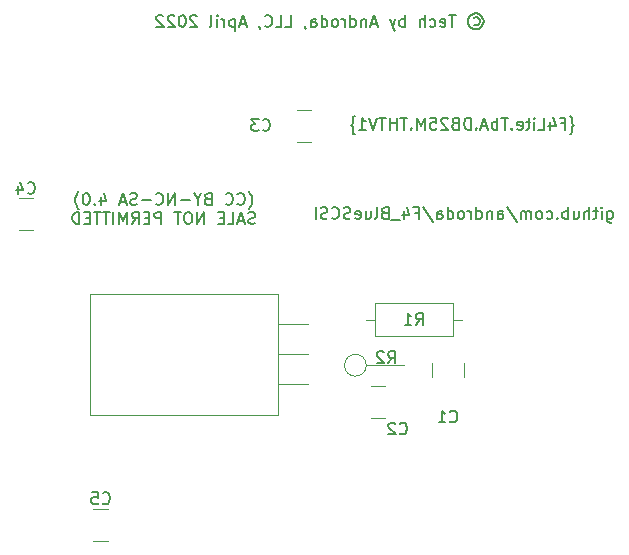
<source format=gbr>
%TF.GenerationSoftware,KiCad,Pcbnew,(6.0.2)*%
%TF.CreationDate,2022-04-05T13:26:03-06:00*%
%TF.ProjectId,DB25m_F4Lite_THTV1,44423235-6d5f-4463-944c-6974655f5448,rev?*%
%TF.SameCoordinates,Original*%
%TF.FileFunction,Legend,Bot*%
%TF.FilePolarity,Positive*%
%FSLAX46Y46*%
G04 Gerber Fmt 4.6, Leading zero omitted, Abs format (unit mm)*
G04 Created by KiCad (PCBNEW (6.0.2)) date 2022-04-05 13:26:03*
%MOMM*%
%LPD*%
G01*
G04 APERTURE LIST*
%ADD10C,0.150000*%
%ADD11C,0.120000*%
G04 APERTURE END LIST*
D10*
X129920476Y-62998333D02*
X129968095Y-62950714D01*
X130063333Y-62807857D01*
X130110952Y-62712619D01*
X130158571Y-62569761D01*
X130206190Y-62331666D01*
X130206190Y-62141190D01*
X130158571Y-61903095D01*
X130110952Y-61760238D01*
X130063333Y-61665000D01*
X129968095Y-61522142D01*
X129920476Y-61474523D01*
X128968095Y-62522142D02*
X129015714Y-62569761D01*
X129158571Y-62617380D01*
X129253809Y-62617380D01*
X129396666Y-62569761D01*
X129491904Y-62474523D01*
X129539523Y-62379285D01*
X129587142Y-62188809D01*
X129587142Y-62045952D01*
X129539523Y-61855476D01*
X129491904Y-61760238D01*
X129396666Y-61665000D01*
X129253809Y-61617380D01*
X129158571Y-61617380D01*
X129015714Y-61665000D01*
X128968095Y-61712619D01*
X127968095Y-62522142D02*
X128015714Y-62569761D01*
X128158571Y-62617380D01*
X128253809Y-62617380D01*
X128396666Y-62569761D01*
X128491904Y-62474523D01*
X128539523Y-62379285D01*
X128587142Y-62188809D01*
X128587142Y-62045952D01*
X128539523Y-61855476D01*
X128491904Y-61760238D01*
X128396666Y-61665000D01*
X128253809Y-61617380D01*
X128158571Y-61617380D01*
X128015714Y-61665000D01*
X127968095Y-61712619D01*
X126444285Y-62093571D02*
X126301428Y-62141190D01*
X126253809Y-62188809D01*
X126206190Y-62284047D01*
X126206190Y-62426904D01*
X126253809Y-62522142D01*
X126301428Y-62569761D01*
X126396666Y-62617380D01*
X126777619Y-62617380D01*
X126777619Y-61617380D01*
X126444285Y-61617380D01*
X126349047Y-61665000D01*
X126301428Y-61712619D01*
X126253809Y-61807857D01*
X126253809Y-61903095D01*
X126301428Y-61998333D01*
X126349047Y-62045952D01*
X126444285Y-62093571D01*
X126777619Y-62093571D01*
X125587142Y-62141190D02*
X125587142Y-62617380D01*
X125920476Y-61617380D02*
X125587142Y-62141190D01*
X125253809Y-61617380D01*
X124920476Y-62236428D02*
X124158571Y-62236428D01*
X123682380Y-62617380D02*
X123682380Y-61617380D01*
X123110952Y-62617380D01*
X123110952Y-61617380D01*
X122063333Y-62522142D02*
X122110952Y-62569761D01*
X122253809Y-62617380D01*
X122349047Y-62617380D01*
X122491904Y-62569761D01*
X122587142Y-62474523D01*
X122634761Y-62379285D01*
X122682380Y-62188809D01*
X122682380Y-62045952D01*
X122634761Y-61855476D01*
X122587142Y-61760238D01*
X122491904Y-61665000D01*
X122349047Y-61617380D01*
X122253809Y-61617380D01*
X122110952Y-61665000D01*
X122063333Y-61712619D01*
X121634761Y-62236428D02*
X120872857Y-62236428D01*
X120444285Y-62569761D02*
X120301428Y-62617380D01*
X120063333Y-62617380D01*
X119968095Y-62569761D01*
X119920476Y-62522142D01*
X119872857Y-62426904D01*
X119872857Y-62331666D01*
X119920476Y-62236428D01*
X119968095Y-62188809D01*
X120063333Y-62141190D01*
X120253809Y-62093571D01*
X120349047Y-62045952D01*
X120396666Y-61998333D01*
X120444285Y-61903095D01*
X120444285Y-61807857D01*
X120396666Y-61712619D01*
X120349047Y-61665000D01*
X120253809Y-61617380D01*
X120015714Y-61617380D01*
X119872857Y-61665000D01*
X119491904Y-62331666D02*
X119015714Y-62331666D01*
X119587142Y-62617380D02*
X119253809Y-61617380D01*
X118920476Y-62617380D01*
X117396666Y-61950714D02*
X117396666Y-62617380D01*
X117634761Y-61569761D02*
X117872857Y-62284047D01*
X117253809Y-62284047D01*
X116872857Y-62522142D02*
X116825238Y-62569761D01*
X116872857Y-62617380D01*
X116920476Y-62569761D01*
X116872857Y-62522142D01*
X116872857Y-62617380D01*
X116206190Y-61617380D02*
X116110952Y-61617380D01*
X116015714Y-61665000D01*
X115968095Y-61712619D01*
X115920476Y-61807857D01*
X115872857Y-61998333D01*
X115872857Y-62236428D01*
X115920476Y-62426904D01*
X115968095Y-62522142D01*
X116015714Y-62569761D01*
X116110952Y-62617380D01*
X116206190Y-62617380D01*
X116301428Y-62569761D01*
X116349047Y-62522142D01*
X116396666Y-62426904D01*
X116444285Y-62236428D01*
X116444285Y-61998333D01*
X116396666Y-61807857D01*
X116349047Y-61712619D01*
X116301428Y-61665000D01*
X116206190Y-61617380D01*
X115539523Y-62998333D02*
X115491904Y-62950714D01*
X115396666Y-62807857D01*
X115349047Y-62712619D01*
X115301428Y-62569761D01*
X115253809Y-62331666D01*
X115253809Y-62141190D01*
X115301428Y-61903095D01*
X115349047Y-61760238D01*
X115396666Y-61665000D01*
X115491904Y-61522142D01*
X115539523Y-61474523D01*
X130468095Y-64179761D02*
X130325238Y-64227380D01*
X130087142Y-64227380D01*
X129991904Y-64179761D01*
X129944285Y-64132142D01*
X129896666Y-64036904D01*
X129896666Y-63941666D01*
X129944285Y-63846428D01*
X129991904Y-63798809D01*
X130087142Y-63751190D01*
X130277619Y-63703571D01*
X130372857Y-63655952D01*
X130420476Y-63608333D01*
X130468095Y-63513095D01*
X130468095Y-63417857D01*
X130420476Y-63322619D01*
X130372857Y-63275000D01*
X130277619Y-63227380D01*
X130039523Y-63227380D01*
X129896666Y-63275000D01*
X129515714Y-63941666D02*
X129039523Y-63941666D01*
X129610952Y-64227380D02*
X129277619Y-63227380D01*
X128944285Y-64227380D01*
X128134761Y-64227380D02*
X128610952Y-64227380D01*
X128610952Y-63227380D01*
X127801428Y-63703571D02*
X127468095Y-63703571D01*
X127325238Y-64227380D02*
X127801428Y-64227380D01*
X127801428Y-63227380D01*
X127325238Y-63227380D01*
X126134761Y-64227380D02*
X126134761Y-63227380D01*
X125563333Y-64227380D01*
X125563333Y-63227380D01*
X124896666Y-63227380D02*
X124706190Y-63227380D01*
X124610952Y-63275000D01*
X124515714Y-63370238D01*
X124468095Y-63560714D01*
X124468095Y-63894047D01*
X124515714Y-64084523D01*
X124610952Y-64179761D01*
X124706190Y-64227380D01*
X124896666Y-64227380D01*
X124991904Y-64179761D01*
X125087142Y-64084523D01*
X125134761Y-63894047D01*
X125134761Y-63560714D01*
X125087142Y-63370238D01*
X124991904Y-63275000D01*
X124896666Y-63227380D01*
X124182380Y-63227380D02*
X123610952Y-63227380D01*
X123896666Y-64227380D02*
X123896666Y-63227380D01*
X122515714Y-64227380D02*
X122515714Y-63227380D01*
X122134761Y-63227380D01*
X122039523Y-63275000D01*
X121991904Y-63322619D01*
X121944285Y-63417857D01*
X121944285Y-63560714D01*
X121991904Y-63655952D01*
X122039523Y-63703571D01*
X122134761Y-63751190D01*
X122515714Y-63751190D01*
X121515714Y-63703571D02*
X121182380Y-63703571D01*
X121039523Y-64227380D02*
X121515714Y-64227380D01*
X121515714Y-63227380D01*
X121039523Y-63227380D01*
X120039523Y-64227380D02*
X120372857Y-63751190D01*
X120610952Y-64227380D02*
X120610952Y-63227380D01*
X120230000Y-63227380D01*
X120134761Y-63275000D01*
X120087142Y-63322619D01*
X120039523Y-63417857D01*
X120039523Y-63560714D01*
X120087142Y-63655952D01*
X120134761Y-63703571D01*
X120230000Y-63751190D01*
X120610952Y-63751190D01*
X119610952Y-64227380D02*
X119610952Y-63227380D01*
X119277619Y-63941666D01*
X118944285Y-63227380D01*
X118944285Y-64227380D01*
X118468095Y-64227380D02*
X118468095Y-63227380D01*
X118134761Y-63227380D02*
X117563333Y-63227380D01*
X117849047Y-64227380D02*
X117849047Y-63227380D01*
X117372857Y-63227380D02*
X116801428Y-63227380D01*
X117087142Y-64227380D02*
X117087142Y-63227380D01*
X116468095Y-63703571D02*
X116134761Y-63703571D01*
X115991904Y-64227380D02*
X116468095Y-64227380D01*
X116468095Y-63227380D01*
X115991904Y-63227380D01*
X115563333Y-64227380D02*
X115563333Y-63227380D01*
X115325238Y-63227380D01*
X115182380Y-63275000D01*
X115087142Y-63370238D01*
X115039523Y-63465476D01*
X114991904Y-63655952D01*
X114991904Y-63798809D01*
X115039523Y-63989285D01*
X115087142Y-64084523D01*
X115182380Y-64179761D01*
X115325238Y-64227380D01*
X115563333Y-64227380D01*
X160292857Y-63145714D02*
X160292857Y-63955238D01*
X160340476Y-64050476D01*
X160388095Y-64098095D01*
X160483333Y-64145714D01*
X160626190Y-64145714D01*
X160721428Y-64098095D01*
X160292857Y-63764761D02*
X160388095Y-63812380D01*
X160578571Y-63812380D01*
X160673809Y-63764761D01*
X160721428Y-63717142D01*
X160769047Y-63621904D01*
X160769047Y-63336190D01*
X160721428Y-63240952D01*
X160673809Y-63193333D01*
X160578571Y-63145714D01*
X160388095Y-63145714D01*
X160292857Y-63193333D01*
X159816666Y-63812380D02*
X159816666Y-63145714D01*
X159816666Y-62812380D02*
X159864285Y-62860000D01*
X159816666Y-62907619D01*
X159769047Y-62860000D01*
X159816666Y-62812380D01*
X159816666Y-62907619D01*
X159483333Y-63145714D02*
X159102380Y-63145714D01*
X159340476Y-62812380D02*
X159340476Y-63669523D01*
X159292857Y-63764761D01*
X159197619Y-63812380D01*
X159102380Y-63812380D01*
X158769047Y-63812380D02*
X158769047Y-62812380D01*
X158340476Y-63812380D02*
X158340476Y-63288571D01*
X158388095Y-63193333D01*
X158483333Y-63145714D01*
X158626190Y-63145714D01*
X158721428Y-63193333D01*
X158769047Y-63240952D01*
X157435714Y-63145714D02*
X157435714Y-63812380D01*
X157864285Y-63145714D02*
X157864285Y-63669523D01*
X157816666Y-63764761D01*
X157721428Y-63812380D01*
X157578571Y-63812380D01*
X157483333Y-63764761D01*
X157435714Y-63717142D01*
X156959523Y-63812380D02*
X156959523Y-62812380D01*
X156959523Y-63193333D02*
X156864285Y-63145714D01*
X156673809Y-63145714D01*
X156578571Y-63193333D01*
X156530952Y-63240952D01*
X156483333Y-63336190D01*
X156483333Y-63621904D01*
X156530952Y-63717142D01*
X156578571Y-63764761D01*
X156673809Y-63812380D01*
X156864285Y-63812380D01*
X156959523Y-63764761D01*
X156054761Y-63717142D02*
X156007142Y-63764761D01*
X156054761Y-63812380D01*
X156102380Y-63764761D01*
X156054761Y-63717142D01*
X156054761Y-63812380D01*
X155150000Y-63764761D02*
X155245238Y-63812380D01*
X155435714Y-63812380D01*
X155530952Y-63764761D01*
X155578571Y-63717142D01*
X155626190Y-63621904D01*
X155626190Y-63336190D01*
X155578571Y-63240952D01*
X155530952Y-63193333D01*
X155435714Y-63145714D01*
X155245238Y-63145714D01*
X155150000Y-63193333D01*
X154578571Y-63812380D02*
X154673809Y-63764761D01*
X154721428Y-63717142D01*
X154769047Y-63621904D01*
X154769047Y-63336190D01*
X154721428Y-63240952D01*
X154673809Y-63193333D01*
X154578571Y-63145714D01*
X154435714Y-63145714D01*
X154340476Y-63193333D01*
X154292857Y-63240952D01*
X154245238Y-63336190D01*
X154245238Y-63621904D01*
X154292857Y-63717142D01*
X154340476Y-63764761D01*
X154435714Y-63812380D01*
X154578571Y-63812380D01*
X153816666Y-63812380D02*
X153816666Y-63145714D01*
X153816666Y-63240952D02*
X153769047Y-63193333D01*
X153673809Y-63145714D01*
X153530952Y-63145714D01*
X153435714Y-63193333D01*
X153388095Y-63288571D01*
X153388095Y-63812380D01*
X153388095Y-63288571D02*
X153340476Y-63193333D01*
X153245238Y-63145714D01*
X153102380Y-63145714D01*
X153007142Y-63193333D01*
X152959523Y-63288571D01*
X152959523Y-63812380D01*
X151769047Y-62764761D02*
X152626190Y-64050476D01*
X151007142Y-63812380D02*
X151007142Y-63288571D01*
X151054761Y-63193333D01*
X151150000Y-63145714D01*
X151340476Y-63145714D01*
X151435714Y-63193333D01*
X151007142Y-63764761D02*
X151102380Y-63812380D01*
X151340476Y-63812380D01*
X151435714Y-63764761D01*
X151483333Y-63669523D01*
X151483333Y-63574285D01*
X151435714Y-63479047D01*
X151340476Y-63431428D01*
X151102380Y-63431428D01*
X151007142Y-63383809D01*
X150530952Y-63145714D02*
X150530952Y-63812380D01*
X150530952Y-63240952D02*
X150483333Y-63193333D01*
X150388095Y-63145714D01*
X150245238Y-63145714D01*
X150150000Y-63193333D01*
X150102380Y-63288571D01*
X150102380Y-63812380D01*
X149197619Y-63812380D02*
X149197619Y-62812380D01*
X149197619Y-63764761D02*
X149292857Y-63812380D01*
X149483333Y-63812380D01*
X149578571Y-63764761D01*
X149626190Y-63717142D01*
X149673809Y-63621904D01*
X149673809Y-63336190D01*
X149626190Y-63240952D01*
X149578571Y-63193333D01*
X149483333Y-63145714D01*
X149292857Y-63145714D01*
X149197619Y-63193333D01*
X148721428Y-63812380D02*
X148721428Y-63145714D01*
X148721428Y-63336190D02*
X148673809Y-63240952D01*
X148626190Y-63193333D01*
X148530952Y-63145714D01*
X148435714Y-63145714D01*
X147959523Y-63812380D02*
X148054761Y-63764761D01*
X148102380Y-63717142D01*
X148150000Y-63621904D01*
X148150000Y-63336190D01*
X148102380Y-63240952D01*
X148054761Y-63193333D01*
X147959523Y-63145714D01*
X147816666Y-63145714D01*
X147721428Y-63193333D01*
X147673809Y-63240952D01*
X147626190Y-63336190D01*
X147626190Y-63621904D01*
X147673809Y-63717142D01*
X147721428Y-63764761D01*
X147816666Y-63812380D01*
X147959523Y-63812380D01*
X146769047Y-63812380D02*
X146769047Y-62812380D01*
X146769047Y-63764761D02*
X146864285Y-63812380D01*
X147054761Y-63812380D01*
X147150000Y-63764761D01*
X147197619Y-63717142D01*
X147245238Y-63621904D01*
X147245238Y-63336190D01*
X147197619Y-63240952D01*
X147150000Y-63193333D01*
X147054761Y-63145714D01*
X146864285Y-63145714D01*
X146769047Y-63193333D01*
X145864285Y-63812380D02*
X145864285Y-63288571D01*
X145911904Y-63193333D01*
X146007142Y-63145714D01*
X146197619Y-63145714D01*
X146292857Y-63193333D01*
X145864285Y-63764761D02*
X145959523Y-63812380D01*
X146197619Y-63812380D01*
X146292857Y-63764761D01*
X146340476Y-63669523D01*
X146340476Y-63574285D01*
X146292857Y-63479047D01*
X146197619Y-63431428D01*
X145959523Y-63431428D01*
X145864285Y-63383809D01*
X144673809Y-62764761D02*
X145530952Y-64050476D01*
X144007142Y-63288571D02*
X144340476Y-63288571D01*
X144340476Y-63812380D02*
X144340476Y-62812380D01*
X143864285Y-62812380D01*
X143054761Y-63145714D02*
X143054761Y-63812380D01*
X143292857Y-62764761D02*
X143530952Y-63479047D01*
X142911904Y-63479047D01*
X142769047Y-63907619D02*
X142007142Y-63907619D01*
X141435714Y-63288571D02*
X141292857Y-63336190D01*
X141245238Y-63383809D01*
X141197619Y-63479047D01*
X141197619Y-63621904D01*
X141245238Y-63717142D01*
X141292857Y-63764761D01*
X141388095Y-63812380D01*
X141769047Y-63812380D01*
X141769047Y-62812380D01*
X141435714Y-62812380D01*
X141340476Y-62860000D01*
X141292857Y-62907619D01*
X141245238Y-63002857D01*
X141245238Y-63098095D01*
X141292857Y-63193333D01*
X141340476Y-63240952D01*
X141435714Y-63288571D01*
X141769047Y-63288571D01*
X140626190Y-63812380D02*
X140721428Y-63764761D01*
X140769047Y-63669523D01*
X140769047Y-62812380D01*
X139816666Y-63145714D02*
X139816666Y-63812380D01*
X140245238Y-63145714D02*
X140245238Y-63669523D01*
X140197619Y-63764761D01*
X140102380Y-63812380D01*
X139959523Y-63812380D01*
X139864285Y-63764761D01*
X139816666Y-63717142D01*
X138959523Y-63764761D02*
X139054761Y-63812380D01*
X139245238Y-63812380D01*
X139340476Y-63764761D01*
X139388095Y-63669523D01*
X139388095Y-63288571D01*
X139340476Y-63193333D01*
X139245238Y-63145714D01*
X139054761Y-63145714D01*
X138959523Y-63193333D01*
X138911904Y-63288571D01*
X138911904Y-63383809D01*
X139388095Y-63479047D01*
X138530952Y-63764761D02*
X138388095Y-63812380D01*
X138150000Y-63812380D01*
X138054761Y-63764761D01*
X138007142Y-63717142D01*
X137959523Y-63621904D01*
X137959523Y-63526666D01*
X138007142Y-63431428D01*
X138054761Y-63383809D01*
X138150000Y-63336190D01*
X138340476Y-63288571D01*
X138435714Y-63240952D01*
X138483333Y-63193333D01*
X138530952Y-63098095D01*
X138530952Y-63002857D01*
X138483333Y-62907619D01*
X138435714Y-62860000D01*
X138340476Y-62812380D01*
X138102380Y-62812380D01*
X137959523Y-62860000D01*
X136959523Y-63717142D02*
X137007142Y-63764761D01*
X137150000Y-63812380D01*
X137245238Y-63812380D01*
X137388095Y-63764761D01*
X137483333Y-63669523D01*
X137530952Y-63574285D01*
X137578571Y-63383809D01*
X137578571Y-63240952D01*
X137530952Y-63050476D01*
X137483333Y-62955238D01*
X137388095Y-62860000D01*
X137245238Y-62812380D01*
X137150000Y-62812380D01*
X137007142Y-62860000D01*
X136959523Y-62907619D01*
X136578571Y-63764761D02*
X136435714Y-63812380D01*
X136197619Y-63812380D01*
X136102380Y-63764761D01*
X136054761Y-63717142D01*
X136007142Y-63621904D01*
X136007142Y-63526666D01*
X136054761Y-63431428D01*
X136102380Y-63383809D01*
X136197619Y-63336190D01*
X136388095Y-63288571D01*
X136483333Y-63240952D01*
X136530952Y-63193333D01*
X136578571Y-63098095D01*
X136578571Y-63002857D01*
X136530952Y-62907619D01*
X136483333Y-62860000D01*
X136388095Y-62812380D01*
X136150000Y-62812380D01*
X136007142Y-62860000D01*
X135578571Y-63812380D02*
X135578571Y-62812380D01*
X157105238Y-56623333D02*
X157152857Y-56623333D01*
X157248095Y-56575714D01*
X157295714Y-56480476D01*
X157295714Y-56004285D01*
X157343333Y-55909047D01*
X157438571Y-55861428D01*
X157343333Y-55813809D01*
X157295714Y-55718571D01*
X157295714Y-55242380D01*
X157248095Y-55147142D01*
X157152857Y-55099523D01*
X157105238Y-55099523D01*
X156390952Y-55718571D02*
X156724285Y-55718571D01*
X156724285Y-56242380D02*
X156724285Y-55242380D01*
X156248095Y-55242380D01*
X155438571Y-55575714D02*
X155438571Y-56242380D01*
X155676666Y-55194761D02*
X155914761Y-55909047D01*
X155295714Y-55909047D01*
X154438571Y-56242380D02*
X154914761Y-56242380D01*
X154914761Y-55242380D01*
X154105238Y-56242380D02*
X154105238Y-55575714D01*
X154105238Y-55242380D02*
X154152857Y-55290000D01*
X154105238Y-55337619D01*
X154057619Y-55290000D01*
X154105238Y-55242380D01*
X154105238Y-55337619D01*
X153771904Y-55575714D02*
X153390952Y-55575714D01*
X153629047Y-55242380D02*
X153629047Y-56099523D01*
X153581428Y-56194761D01*
X153486190Y-56242380D01*
X153390952Y-56242380D01*
X152676666Y-56194761D02*
X152771904Y-56242380D01*
X152962380Y-56242380D01*
X153057619Y-56194761D01*
X153105238Y-56099523D01*
X153105238Y-55718571D01*
X153057619Y-55623333D01*
X152962380Y-55575714D01*
X152771904Y-55575714D01*
X152676666Y-55623333D01*
X152629047Y-55718571D01*
X152629047Y-55813809D01*
X153105238Y-55909047D01*
X152200476Y-56147142D02*
X152152857Y-56194761D01*
X152200476Y-56242380D01*
X152248095Y-56194761D01*
X152200476Y-56147142D01*
X152200476Y-56242380D01*
X151867142Y-55242380D02*
X151295714Y-55242380D01*
X151581428Y-56242380D02*
X151581428Y-55242380D01*
X150962380Y-56242380D02*
X150962380Y-55242380D01*
X150962380Y-55623333D02*
X150867142Y-55575714D01*
X150676666Y-55575714D01*
X150581428Y-55623333D01*
X150533809Y-55670952D01*
X150486190Y-55766190D01*
X150486190Y-56051904D01*
X150533809Y-56147142D01*
X150581428Y-56194761D01*
X150676666Y-56242380D01*
X150867142Y-56242380D01*
X150962380Y-56194761D01*
X150105238Y-55956666D02*
X149629047Y-55956666D01*
X150200476Y-56242380D02*
X149867142Y-55242380D01*
X149533809Y-56242380D01*
X149200476Y-56147142D02*
X149152857Y-56194761D01*
X149200476Y-56242380D01*
X149248095Y-56194761D01*
X149200476Y-56147142D01*
X149200476Y-56242380D01*
X148724285Y-56242380D02*
X148724285Y-55242380D01*
X148486190Y-55242380D01*
X148343333Y-55290000D01*
X148248095Y-55385238D01*
X148200476Y-55480476D01*
X148152857Y-55670952D01*
X148152857Y-55813809D01*
X148200476Y-56004285D01*
X148248095Y-56099523D01*
X148343333Y-56194761D01*
X148486190Y-56242380D01*
X148724285Y-56242380D01*
X147390952Y-55718571D02*
X147248095Y-55766190D01*
X147200476Y-55813809D01*
X147152857Y-55909047D01*
X147152857Y-56051904D01*
X147200476Y-56147142D01*
X147248095Y-56194761D01*
X147343333Y-56242380D01*
X147724285Y-56242380D01*
X147724285Y-55242380D01*
X147390952Y-55242380D01*
X147295714Y-55290000D01*
X147248095Y-55337619D01*
X147200476Y-55432857D01*
X147200476Y-55528095D01*
X147248095Y-55623333D01*
X147295714Y-55670952D01*
X147390952Y-55718571D01*
X147724285Y-55718571D01*
X146771904Y-55337619D02*
X146724285Y-55290000D01*
X146629047Y-55242380D01*
X146390952Y-55242380D01*
X146295714Y-55290000D01*
X146248095Y-55337619D01*
X146200476Y-55432857D01*
X146200476Y-55528095D01*
X146248095Y-55670952D01*
X146819523Y-56242380D01*
X146200476Y-56242380D01*
X145295714Y-55242380D02*
X145771904Y-55242380D01*
X145819523Y-55718571D01*
X145771904Y-55670952D01*
X145676666Y-55623333D01*
X145438571Y-55623333D01*
X145343333Y-55670952D01*
X145295714Y-55718571D01*
X145248095Y-55813809D01*
X145248095Y-56051904D01*
X145295714Y-56147142D01*
X145343333Y-56194761D01*
X145438571Y-56242380D01*
X145676666Y-56242380D01*
X145771904Y-56194761D01*
X145819523Y-56147142D01*
X144819523Y-56242380D02*
X144819523Y-55242380D01*
X144486190Y-55956666D01*
X144152857Y-55242380D01*
X144152857Y-56242380D01*
X143676666Y-56147142D02*
X143629047Y-56194761D01*
X143676666Y-56242380D01*
X143724285Y-56194761D01*
X143676666Y-56147142D01*
X143676666Y-56242380D01*
X143343333Y-55242380D02*
X142771904Y-55242380D01*
X143057619Y-56242380D02*
X143057619Y-55242380D01*
X142438571Y-56242380D02*
X142438571Y-55242380D01*
X142438571Y-55718571D02*
X141867142Y-55718571D01*
X141867142Y-56242380D02*
X141867142Y-55242380D01*
X141533809Y-55242380D02*
X140962380Y-55242380D01*
X141248095Y-56242380D02*
X141248095Y-55242380D01*
X140771904Y-55242380D02*
X140438571Y-56242380D01*
X140105238Y-55242380D01*
X139248095Y-56242380D02*
X139819523Y-56242380D01*
X139533809Y-56242380D02*
X139533809Y-55242380D01*
X139629047Y-55385238D01*
X139724285Y-55480476D01*
X139819523Y-55528095D01*
X138914761Y-56623333D02*
X138867142Y-56623333D01*
X138771904Y-56575714D01*
X138724285Y-56480476D01*
X138724285Y-56004285D01*
X138676666Y-55909047D01*
X138581428Y-55861428D01*
X138676666Y-55813809D01*
X138724285Y-55718571D01*
X138724285Y-55242380D01*
X138771904Y-55147142D01*
X138867142Y-55099523D01*
X138914761Y-55099523D01*
X148958580Y-46789696D02*
X149053818Y-46742077D01*
X149244294Y-46742077D01*
X149339532Y-46789696D01*
X149434770Y-46884934D01*
X149482389Y-46980172D01*
X149482389Y-47170648D01*
X149434770Y-47265886D01*
X149339532Y-47361124D01*
X149244294Y-47408743D01*
X149053818Y-47408743D01*
X148958580Y-47361124D01*
X149149056Y-46408743D02*
X149387151Y-46456362D01*
X149625246Y-46599220D01*
X149768103Y-46837315D01*
X149815722Y-47075410D01*
X149768103Y-47313505D01*
X149625246Y-47551600D01*
X149387151Y-47694458D01*
X149149056Y-47742077D01*
X148910960Y-47694458D01*
X148672865Y-47551600D01*
X148530008Y-47313505D01*
X148482389Y-47075410D01*
X148530008Y-46837315D01*
X148672865Y-46599220D01*
X148910960Y-46456362D01*
X149149056Y-46408743D01*
X147434770Y-46551600D02*
X146863341Y-46551600D01*
X147149056Y-47551600D02*
X147149056Y-46551600D01*
X146149056Y-47503981D02*
X146244294Y-47551600D01*
X146434770Y-47551600D01*
X146530008Y-47503981D01*
X146577627Y-47408743D01*
X146577627Y-47027791D01*
X146530008Y-46932553D01*
X146434770Y-46884934D01*
X146244294Y-46884934D01*
X146149056Y-46932553D01*
X146101437Y-47027791D01*
X146101437Y-47123029D01*
X146577627Y-47218267D01*
X145244294Y-47503981D02*
X145339532Y-47551600D01*
X145530008Y-47551600D01*
X145625246Y-47503981D01*
X145672865Y-47456362D01*
X145720484Y-47361124D01*
X145720484Y-47075410D01*
X145672865Y-46980172D01*
X145625246Y-46932553D01*
X145530008Y-46884934D01*
X145339532Y-46884934D01*
X145244294Y-46932553D01*
X144815722Y-47551600D02*
X144815722Y-46551600D01*
X144387151Y-47551600D02*
X144387151Y-47027791D01*
X144434770Y-46932553D01*
X144530008Y-46884934D01*
X144672865Y-46884934D01*
X144768103Y-46932553D01*
X144815722Y-46980172D01*
X143149056Y-47551600D02*
X143149056Y-46551600D01*
X143149056Y-46932553D02*
X143053818Y-46884934D01*
X142863341Y-46884934D01*
X142768103Y-46932553D01*
X142720484Y-46980172D01*
X142672865Y-47075410D01*
X142672865Y-47361124D01*
X142720484Y-47456362D01*
X142768103Y-47503981D01*
X142863341Y-47551600D01*
X143053818Y-47551600D01*
X143149056Y-47503981D01*
X142339532Y-46884934D02*
X142101437Y-47551600D01*
X141863341Y-46884934D02*
X142101437Y-47551600D01*
X142196675Y-47789696D01*
X142244294Y-47837315D01*
X142339532Y-47884934D01*
X140768103Y-47265886D02*
X140291913Y-47265886D01*
X140863341Y-47551600D02*
X140530008Y-46551600D01*
X140196675Y-47551600D01*
X139863341Y-46884934D02*
X139863341Y-47551600D01*
X139863341Y-46980172D02*
X139815722Y-46932553D01*
X139720484Y-46884934D01*
X139577627Y-46884934D01*
X139482389Y-46932553D01*
X139434770Y-47027791D01*
X139434770Y-47551600D01*
X138530008Y-47551600D02*
X138530008Y-46551600D01*
X138530008Y-47503981D02*
X138625246Y-47551600D01*
X138815722Y-47551600D01*
X138910960Y-47503981D01*
X138958580Y-47456362D01*
X139006199Y-47361124D01*
X139006199Y-47075410D01*
X138958580Y-46980172D01*
X138910960Y-46932553D01*
X138815722Y-46884934D01*
X138625246Y-46884934D01*
X138530008Y-46932553D01*
X138053818Y-47551600D02*
X138053818Y-46884934D01*
X138053818Y-47075410D02*
X138006199Y-46980172D01*
X137958580Y-46932553D01*
X137863341Y-46884934D01*
X137768103Y-46884934D01*
X137291913Y-47551600D02*
X137387151Y-47503981D01*
X137434770Y-47456362D01*
X137482389Y-47361124D01*
X137482389Y-47075410D01*
X137434770Y-46980172D01*
X137387151Y-46932553D01*
X137291913Y-46884934D01*
X137149056Y-46884934D01*
X137053818Y-46932553D01*
X137006199Y-46980172D01*
X136958580Y-47075410D01*
X136958580Y-47361124D01*
X137006199Y-47456362D01*
X137053818Y-47503981D01*
X137149056Y-47551600D01*
X137291913Y-47551600D01*
X136101437Y-47551600D02*
X136101437Y-46551600D01*
X136101437Y-47503981D02*
X136196675Y-47551600D01*
X136387151Y-47551600D01*
X136482389Y-47503981D01*
X136530008Y-47456362D01*
X136577627Y-47361124D01*
X136577627Y-47075410D01*
X136530008Y-46980172D01*
X136482389Y-46932553D01*
X136387151Y-46884934D01*
X136196675Y-46884934D01*
X136101437Y-46932553D01*
X135196675Y-47551600D02*
X135196675Y-47027791D01*
X135244294Y-46932553D01*
X135339532Y-46884934D01*
X135530008Y-46884934D01*
X135625246Y-46932553D01*
X135196675Y-47503981D02*
X135291913Y-47551600D01*
X135530008Y-47551600D01*
X135625246Y-47503981D01*
X135672865Y-47408743D01*
X135672865Y-47313505D01*
X135625246Y-47218267D01*
X135530008Y-47170648D01*
X135291913Y-47170648D01*
X135196675Y-47123029D01*
X134672865Y-47503981D02*
X134672865Y-47551600D01*
X134720484Y-47646839D01*
X134768103Y-47694458D01*
X133006199Y-47551600D02*
X133482389Y-47551600D01*
X133482389Y-46551600D01*
X132196675Y-47551600D02*
X132672865Y-47551600D01*
X132672865Y-46551600D01*
X131291913Y-47456362D02*
X131339532Y-47503981D01*
X131482389Y-47551600D01*
X131577627Y-47551600D01*
X131720484Y-47503981D01*
X131815722Y-47408743D01*
X131863341Y-47313505D01*
X131910960Y-47123029D01*
X131910960Y-46980172D01*
X131863341Y-46789696D01*
X131815722Y-46694458D01*
X131720484Y-46599220D01*
X131577627Y-46551600D01*
X131482389Y-46551600D01*
X131339532Y-46599220D01*
X131291913Y-46646839D01*
X130815722Y-47503981D02*
X130815722Y-47551600D01*
X130863341Y-47646839D01*
X130910960Y-47694458D01*
X129672865Y-47265886D02*
X129196675Y-47265886D01*
X129768103Y-47551600D02*
X129434770Y-46551600D01*
X129101437Y-47551600D01*
X128768103Y-46884934D02*
X128768103Y-47884934D01*
X128768103Y-46932553D02*
X128672865Y-46884934D01*
X128482389Y-46884934D01*
X128387151Y-46932553D01*
X128339532Y-46980172D01*
X128291913Y-47075410D01*
X128291913Y-47361124D01*
X128339532Y-47456362D01*
X128387151Y-47503981D01*
X128482389Y-47551600D01*
X128672865Y-47551600D01*
X128768103Y-47503981D01*
X127863341Y-47551600D02*
X127863341Y-46884934D01*
X127863341Y-47075410D02*
X127815722Y-46980172D01*
X127768103Y-46932553D01*
X127672865Y-46884934D01*
X127577627Y-46884934D01*
X127244294Y-47551600D02*
X127244294Y-46884934D01*
X127244294Y-46551600D02*
X127291913Y-46599220D01*
X127244294Y-46646839D01*
X127196675Y-46599220D01*
X127244294Y-46551600D01*
X127244294Y-46646839D01*
X126625246Y-47551600D02*
X126720484Y-47503981D01*
X126768103Y-47408743D01*
X126768103Y-46551600D01*
X125530008Y-46646839D02*
X125482389Y-46599220D01*
X125387151Y-46551600D01*
X125149056Y-46551600D01*
X125053818Y-46599220D01*
X125006199Y-46646839D01*
X124958580Y-46742077D01*
X124958580Y-46837315D01*
X125006199Y-46980172D01*
X125577627Y-47551600D01*
X124958580Y-47551600D01*
X124339532Y-46551600D02*
X124244294Y-46551600D01*
X124149056Y-46599220D01*
X124101437Y-46646839D01*
X124053818Y-46742077D01*
X124006199Y-46932553D01*
X124006199Y-47170648D01*
X124053818Y-47361124D01*
X124101437Y-47456362D01*
X124149056Y-47503981D01*
X124244294Y-47551600D01*
X124339532Y-47551600D01*
X124434770Y-47503981D01*
X124482389Y-47456362D01*
X124530008Y-47361124D01*
X124577627Y-47170648D01*
X124577627Y-46932553D01*
X124530008Y-46742077D01*
X124482389Y-46646839D01*
X124434770Y-46599220D01*
X124339532Y-46551600D01*
X123625246Y-46646839D02*
X123577627Y-46599220D01*
X123482389Y-46551600D01*
X123244294Y-46551600D01*
X123149056Y-46599220D01*
X123101437Y-46646839D01*
X123053818Y-46742077D01*
X123053818Y-46837315D01*
X123101437Y-46980172D01*
X123672865Y-47551600D01*
X123053818Y-47551600D01*
X122672865Y-46646839D02*
X122625246Y-46599220D01*
X122530008Y-46551600D01*
X122291913Y-46551600D01*
X122196675Y-46599220D01*
X122149056Y-46646839D01*
X122101437Y-46742077D01*
X122101437Y-46837315D01*
X122149056Y-46980172D01*
X122720484Y-47551600D01*
X122101437Y-47551600D01*
%TO.C,C5*%
X117556666Y-87857142D02*
X117604285Y-87904761D01*
X117747142Y-87952380D01*
X117842380Y-87952380D01*
X117985238Y-87904761D01*
X118080476Y-87809523D01*
X118128095Y-87714285D01*
X118175714Y-87523809D01*
X118175714Y-87380952D01*
X118128095Y-87190476D01*
X118080476Y-87095238D01*
X117985238Y-87000000D01*
X117842380Y-86952380D01*
X117747142Y-86952380D01*
X117604285Y-87000000D01*
X117556666Y-87047619D01*
X116651904Y-86952380D02*
X117128095Y-86952380D01*
X117175714Y-87428571D01*
X117128095Y-87380952D01*
X117032857Y-87333333D01*
X116794761Y-87333333D01*
X116699523Y-87380952D01*
X116651904Y-87428571D01*
X116604285Y-87523809D01*
X116604285Y-87761904D01*
X116651904Y-87857142D01*
X116699523Y-87904761D01*
X116794761Y-87952380D01*
X117032857Y-87952380D01*
X117128095Y-87904761D01*
X117175714Y-87857142D01*
%TO.C,C4*%
X111207186Y-61594002D02*
X111254805Y-61641621D01*
X111397662Y-61689240D01*
X111492900Y-61689240D01*
X111635758Y-61641621D01*
X111730996Y-61546383D01*
X111778615Y-61451145D01*
X111826234Y-61260669D01*
X111826234Y-61117812D01*
X111778615Y-60927336D01*
X111730996Y-60832098D01*
X111635758Y-60736860D01*
X111492900Y-60689240D01*
X111397662Y-60689240D01*
X111254805Y-60736860D01*
X111207186Y-60784479D01*
X110350043Y-61022574D02*
X110350043Y-61689240D01*
X110588139Y-60641621D02*
X110826234Y-61355907D01*
X110207186Y-61355907D01*
%TO.C,R2*%
X141724580Y-76016124D02*
X142057914Y-75539934D01*
X142296009Y-76016124D02*
X142296009Y-75016124D01*
X141915056Y-75016124D01*
X141819818Y-75063744D01*
X141772199Y-75111363D01*
X141724580Y-75206601D01*
X141724580Y-75349458D01*
X141772199Y-75444696D01*
X141819818Y-75492315D01*
X141915056Y-75539934D01*
X142296009Y-75539934D01*
X141343628Y-75111363D02*
X141296009Y-75063744D01*
X141200771Y-75016124D01*
X140962675Y-75016124D01*
X140867437Y-75063744D01*
X140819818Y-75111363D01*
X140772199Y-75206601D01*
X140772199Y-75301839D01*
X140819818Y-75444696D01*
X141391247Y-76016124D01*
X140772199Y-76016124D01*
%TO.C,R1*%
X144074080Y-72777622D02*
X144407414Y-72301432D01*
X144645509Y-72777622D02*
X144645509Y-71777622D01*
X144264556Y-71777622D01*
X144169318Y-71825242D01*
X144121699Y-71872861D01*
X144074080Y-71968099D01*
X144074080Y-72110956D01*
X144121699Y-72206194D01*
X144169318Y-72253813D01*
X144264556Y-72301432D01*
X144645509Y-72301432D01*
X143121699Y-72777622D02*
X143693128Y-72777622D01*
X143407414Y-72777622D02*
X143407414Y-71777622D01*
X143502652Y-71920480D01*
X143597890Y-72015718D01*
X143693128Y-72063337D01*
%TO.C,C1*%
X146944280Y-80937384D02*
X146991899Y-80985003D01*
X147134756Y-81032622D01*
X147229994Y-81032622D01*
X147372852Y-80985003D01*
X147468090Y-80889765D01*
X147515709Y-80794527D01*
X147563328Y-80604051D01*
X147563328Y-80461194D01*
X147515709Y-80270718D01*
X147468090Y-80175480D01*
X147372852Y-80080242D01*
X147229994Y-80032622D01*
X147134756Y-80032622D01*
X146991899Y-80080242D01*
X146944280Y-80127861D01*
X145991899Y-81032622D02*
X146563328Y-81032622D01*
X146277614Y-81032622D02*
X146277614Y-80032622D01*
X146372852Y-80175480D01*
X146468090Y-80270718D01*
X146563328Y-80318337D01*
%TO.C,C3*%
X131108746Y-56260002D02*
X131156365Y-56307621D01*
X131299222Y-56355240D01*
X131394460Y-56355240D01*
X131537318Y-56307621D01*
X131632556Y-56212383D01*
X131680175Y-56117145D01*
X131727794Y-55926669D01*
X131727794Y-55783812D01*
X131680175Y-55593336D01*
X131632556Y-55498098D01*
X131537318Y-55402860D01*
X131394460Y-55355240D01*
X131299222Y-55355240D01*
X131156365Y-55402860D01*
X131108746Y-55450479D01*
X130775413Y-55355240D02*
X130156365Y-55355240D01*
X130489699Y-55736193D01*
X130346841Y-55736193D01*
X130251603Y-55783812D01*
X130203984Y-55831431D01*
X130156365Y-55926669D01*
X130156365Y-56164764D01*
X130203984Y-56260002D01*
X130251603Y-56307621D01*
X130346841Y-56355240D01*
X130632556Y-56355240D01*
X130727794Y-56307621D01*
X130775413Y-56260002D01*
%TO.C,C2*%
X142699941Y-81947385D02*
X142747560Y-81995004D01*
X142890417Y-82042623D01*
X142985655Y-82042623D01*
X143128513Y-81995004D01*
X143223751Y-81899766D01*
X143271370Y-81804528D01*
X143318989Y-81614052D01*
X143318989Y-81471195D01*
X143271370Y-81280719D01*
X143223751Y-81185481D01*
X143128513Y-81090243D01*
X142985655Y-81042623D01*
X142890417Y-81042623D01*
X142747560Y-81090243D01*
X142699941Y-81137862D01*
X142318989Y-81137862D02*
X142271370Y-81090243D01*
X142176132Y-81042623D01*
X141938036Y-81042623D01*
X141842798Y-81090243D01*
X141795179Y-81137862D01*
X141747560Y-81233100D01*
X141747560Y-81328338D01*
X141795179Y-81471195D01*
X142366608Y-82042623D01*
X141747560Y-82042623D01*
D11*
%TO.C,C5*%
X116775436Y-88360000D02*
X117979564Y-88360000D01*
X116775436Y-91080000D02*
X117979564Y-91080000D01*
%TO.C,C4*%
X111636564Y-62023160D02*
X110432436Y-62023160D01*
X111636564Y-64743160D02*
X110432436Y-64743160D01*
%TO.C,U1*%
X132406914Y-70126244D02*
X132406914Y-80366244D01*
X116516914Y-70126244D02*
X116516914Y-80366244D01*
X116516914Y-70126244D02*
X132406914Y-70126244D01*
X116516914Y-80366244D02*
X132406914Y-80366244D01*
X132406914Y-72706244D02*
X134946914Y-72706244D01*
X132406914Y-75246244D02*
X134946914Y-75246244D01*
X132406914Y-77786244D02*
X134946914Y-77786244D01*
%TO.C,R2*%
X139874414Y-76198744D02*
G75*
G03*
X139874414Y-76198744I-920000J0D01*
G01*
X139874414Y-76198744D02*
X143034414Y-76198744D01*
%TO.C,R1*%
X140637414Y-73695242D02*
X140637414Y-70955242D01*
X140637414Y-70955242D02*
X147177414Y-70955242D01*
X147177414Y-70955242D02*
X147177414Y-73695242D01*
X147177414Y-73695242D02*
X140637414Y-73695242D01*
X139867414Y-72325242D02*
X140637414Y-72325242D01*
X147947414Y-72325242D02*
X147177414Y-72325242D01*
%TO.C,C1*%
X145404914Y-76014178D02*
X145404914Y-77218306D01*
X148124914Y-76014178D02*
X148124914Y-77218306D01*
%TO.C,C3*%
X135178884Y-57288260D02*
X133974756Y-57288260D01*
X135178884Y-54568260D02*
X133974756Y-54568260D01*
%TO.C,C2*%
X140284351Y-77950243D02*
X141488479Y-77950243D01*
X140284351Y-80670243D02*
X141488479Y-80670243D01*
%TD*%
M02*

</source>
